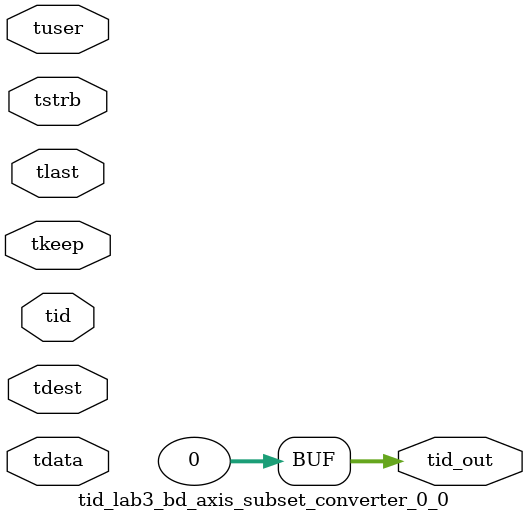
<source format=v>


`timescale 1ps/1ps

module tid_lab3_bd_axis_subset_converter_0_0 #
(
parameter C_S_AXIS_TID_WIDTH   = 1,
parameter C_S_AXIS_TUSER_WIDTH = 0,
parameter C_S_AXIS_TDATA_WIDTH = 0,
parameter C_S_AXIS_TDEST_WIDTH = 0,
parameter C_M_AXIS_TID_WIDTH   = 32
)
(
input  [(C_S_AXIS_TID_WIDTH   == 0 ? 1 : C_S_AXIS_TID_WIDTH)-1:0       ] tid,
input  [(C_S_AXIS_TDATA_WIDTH == 0 ? 1 : C_S_AXIS_TDATA_WIDTH)-1:0     ] tdata,
input  [(C_S_AXIS_TUSER_WIDTH == 0 ? 1 : C_S_AXIS_TUSER_WIDTH)-1:0     ] tuser,
input  [(C_S_AXIS_TDEST_WIDTH == 0 ? 1 : C_S_AXIS_TDEST_WIDTH)-1:0     ] tdest,
input  [(C_S_AXIS_TDATA_WIDTH/8)-1:0 ] tkeep,
input  [(C_S_AXIS_TDATA_WIDTH/8)-1:0 ] tstrb,
input                                                                    tlast,
output [(C_M_AXIS_TID_WIDTH   == 0 ? 1 : C_M_AXIS_TID_WIDTH)-1:0       ] tid_out
);

assign tid_out = {1'b0};

endmodule


</source>
